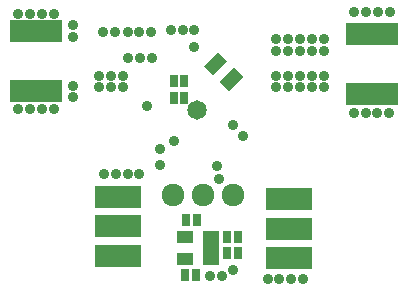
<source format=gbs>
G04 #@! TF.FileFunction,Soldermask,Bot*
%FSLAX46Y46*%
G04 Gerber Fmt 4.6, Leading zero omitted, Abs format (unit mm)*
G04 Created by KiCad (PCBNEW 4.0.2-stable) date Mon 06 Jun 2016 07:54:09 AM CEST*
%MOMM*%
G01*
G04 APERTURE LIST*
%ADD10C,0.050000*%
%ADD11C,0.900000*%
%ADD12C,1.650000*%
%ADD13R,4.464000X1.924000*%
%ADD14R,1.460000X1.050000*%
%ADD15C,1.924000*%
%ADD16R,0.800000X1.000000*%
%ADD17R,3.900000X1.900000*%
G04 APERTURE END LIST*
D10*
D11*
X20800000Y-20200000D03*
X21800000Y-20200000D03*
X25650000Y-31400000D03*
X25650000Y-30100000D03*
X30450000Y-31500000D03*
X30600000Y-32600000D03*
X24950000Y-22350000D03*
X23950000Y-22350000D03*
X22950000Y-22350000D03*
X24500000Y-26450000D03*
D12*
X28800000Y-26800000D03*
D11*
X26850000Y-29400000D03*
X32700000Y-28950000D03*
X31850000Y-28050000D03*
X28550000Y-21400000D03*
X26550000Y-19950000D03*
X28550000Y-19950000D03*
X27550000Y-19950000D03*
X23900000Y-20200000D03*
X24900000Y-20200000D03*
X22900000Y-20200000D03*
X21500000Y-23850000D03*
X20500000Y-23850000D03*
X21500000Y-24850000D03*
X20500000Y-24850000D03*
X22500000Y-24850000D03*
X22500000Y-23850000D03*
X43100000Y-18500000D03*
X44100000Y-18500000D03*
X42100000Y-18500000D03*
X45100000Y-18500000D03*
X45050000Y-27050000D03*
X44050000Y-27050000D03*
X43050000Y-27050000D03*
X42050000Y-27050000D03*
X37500000Y-23850000D03*
X37500000Y-24850000D03*
X36500000Y-23850000D03*
X35500000Y-24850000D03*
X36500000Y-24850000D03*
X35500000Y-23850000D03*
X38500000Y-23850000D03*
X39500000Y-24850000D03*
X38500000Y-24850000D03*
X39500000Y-23850000D03*
X39500000Y-20750000D03*
X35500000Y-20750000D03*
X36500000Y-20750000D03*
X36500000Y-21750000D03*
X35500000Y-21750000D03*
X37500000Y-20750000D03*
X38500000Y-21750000D03*
X37500000Y-21750000D03*
X38500000Y-20750000D03*
X39500000Y-21750000D03*
X18250000Y-19600000D03*
X18250000Y-20600000D03*
X18250000Y-24700000D03*
X18250000Y-25700000D03*
X14650000Y-18600000D03*
X15650000Y-18600000D03*
X13650000Y-18600000D03*
X16650000Y-18600000D03*
X14650000Y-26700000D03*
X15650000Y-26700000D03*
X13650000Y-26700000D03*
X16650000Y-26700000D03*
X23900000Y-32200000D03*
X20900000Y-32200000D03*
X21900000Y-32200000D03*
X22900000Y-32200000D03*
X35750000Y-41050000D03*
X36750000Y-41050000D03*
X34750000Y-41050000D03*
X37750000Y-41050000D03*
X29900000Y-40800000D03*
X31800000Y-40300000D03*
X30900000Y-40800000D03*
D13*
X43550000Y-25390000D03*
X43550000Y-20310000D03*
D14*
X29950000Y-37500000D03*
X29950000Y-38450000D03*
X29950000Y-39400000D03*
X27750000Y-39400000D03*
X27750000Y-37500000D03*
D15*
X29300000Y-34000000D03*
X26760000Y-34000000D03*
X31840000Y-34000000D03*
D16*
X31350000Y-38900000D03*
X32250000Y-38900000D03*
D17*
X36600000Y-39300000D03*
X36600000Y-36800000D03*
X36600000Y-34300000D03*
X22100000Y-34100000D03*
X22100000Y-36600000D03*
X22100000Y-39100000D03*
D13*
X15150000Y-20110000D03*
X15150000Y-25190000D03*
D16*
X27850000Y-36100000D03*
X28750000Y-36100000D03*
X27800000Y-40750000D03*
X28700000Y-40750000D03*
X31350000Y-37500000D03*
X32250000Y-37500000D03*
X27716000Y-24346000D03*
X26816000Y-24346000D03*
X27716000Y-25746000D03*
X26816000Y-25746000D03*
D10*
G36*
X32691700Y-23939619D02*
X31489619Y-25141700D01*
X30711802Y-24363883D01*
X31913883Y-23161802D01*
X32691700Y-23939619D01*
X32691700Y-23939619D01*
G37*
G36*
X31348198Y-22596117D02*
X30146117Y-23798198D01*
X29368300Y-23020381D01*
X30570381Y-21818300D01*
X31348198Y-22596117D01*
X31348198Y-22596117D01*
G37*
M02*

</source>
